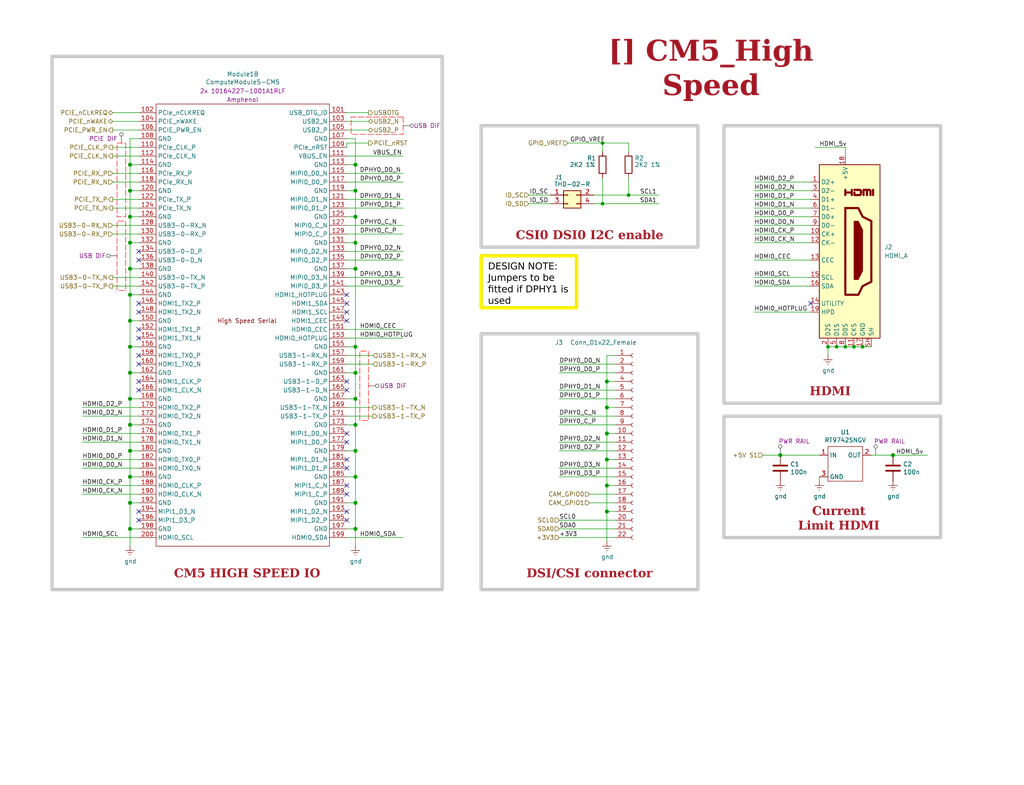
<source format=kicad_sch>
(kicad_sch (version 20250114) (generator "eeschema") (generator_version "9.0")
  (paper "User" 300 230)
  (title_block (title "Sheet Title A") (date "Last Modified Date") (rev "${REVISION}") (company "${COMPANY}"))
  (lib_symbols
    (symbol "CM5IO:ComputeModule5-CM5"
      (property "Reference" "Module" (at 113.03 -68.58 0))
      (property "Value" "ComputeModule5-CM5" (at 140.97 2.54 0))
      (property "Field4" "Amphenol" (at 0 0 0))
      (property "Field5" "2x 10164227-1001A1RLF" (at 0 -2.54 0))
      (symbol "ComputeModule5-CM5_1_0"
        (text "GPIO" (at 0 6.35 0) (effects (font (size 1.27 1.27))))
      )
      (symbol "ComputeModule5-CM5_1_1"
        (text "600mA Max" (at -8.89 -48.26 0) (effects (font (size 1.27 1.27))))
        (text "600mA Max" (at -8.89 -53.34 0) (effects (font (size 1.27 1.27))))
        (text "NB SD signals are only available" (at -1.27 -27.94 0) (effects (font (size 1.27 1.27))))
        (text "on modules without eMMC" (at -1.27 -30.48 0) (effects (font (size 1.27 1.27))))
        (pin power_in line (at -33.02 55.88 0) (length 2.54) (name "GND") (number "2"))
        (pin passive line (at -33.02 53.34 0) (length 2.54) (name "Ethernet_Pair1_P") (number "4"))
        (pin passive line (at -33.02 50.8 0) (length 2.54) (name "Ethernet_Pair1_N") (number "6"))
        (pin power_in line (at -33.02 48.26 0) (length 2.54) (name "GND") (number "8"))
        (pin passive line (at -33.02 45.72 0) (length 2.54) (name "Ethernet_Pair0_N") (number "10"))
        (pin passive line (at -33.02 43.18 0) (length 2.54) (name "Ethernet_Pair0_P") (number "12"))
        (pin power_in line (at -33.02 40.64 0) (length 2.54) (name "GND") (number "14"))
        (pin input line (at -33.02 38.1 0) (length 2.54) (name "FAN_TACHO") (number "16"))
        (pin input line (at -33.02 35.56 0) (length 2.54) (name "Ethernet_SYNC_OUT(3.3v)") (number "18"))
        (pin passive line (at -33.02 33.02 0) (length 2.54) (name "EEPROM_nWP") (number "20"))
        (pin power_in line (at -33.02 30.48 0) (length 2.54) (name "GND") (number "22"))
        (pin passive line (at -33.02 27.94 0) (length 2.54) (name "GPIO26") (number "24"))
        (pin passive line (at -33.02 25.4 0) (length 2.54) (name "GPIO19") (number "26"))
        (pin passive line (at -33.02 22.86 0) (length 2.54) (name "GPIO13") (number "28"))
        (pin passive line (at -33.02 20.32 0) (length 2.54) (name "GPIO6") (number "30"))
        (pin power_in line (at -33.02 17.78 0) (length 2.54) (name "GND") (number "32"))
        (pin passive line (at -33.02 15.24 0) (length 2.54) (name "GPIO5") (number "34"))
        (pin passive line (at -33.02 12.7 0) (length 2.54) (name "ID_SD") (number "36"))
        (pin passive line (at -33.02 10.16 0) (length 2.54) (name "GPIO11") (number "38"))
        (pin passive line (at -33.02 7.62 0) (length 2.54) (name "GPIO9") (number "40"))
        (pin power_in line (at -33.02 5.08 0) (length 2.54) (name "GND") (number "42"))
        (pin passive line (at -33.02 2.54 0) (length 2.54) (name "GPIO10") (number "44"))
        (pin passive line (at -33.02 0 0) (length 2.54) (name "GPIO22") (number "46"))
        (pin passive line (at -33.02 -2.54 0) (length 2.54) (name "GPIO27") (number "48"))
        (pin passive line (at -33.02 -5.08 0) (length 2.54) (name "GPIO17") (number "50"))
        (pin power_in line (at -33.02 -7.62 0) (length 2.54) (name "GND") (number "52"))
        (pin passive line (at -33.02 -10.16 0) (length 2.54) (name "GPIO4") (number "54"))
        (pin passive line (at -33.02 -12.7 0) (length 2.54) (name "GPIO3") (number "56"))
        (pin passive line (at -33.02 -15.24 0) (length 2.54) (name "GPIO2") (number "58"))
        (pin power_in line (at -33.02 -17.78 0) (length 2.54) (name "GND") (number "60"))
        (pin passive line (at -33.02 -20.32 0) (length 2.54) (name "SD_CMD") (number "62"))
        (pin passive line (at -33.02 -22.86 0) (length 2.54) (name "SD_DAT5") (number "64"))
        (pin power_in line (at -33.02 -25.4 0) (length 2.54) (name "GND") (number "66"))
        (pin passive line (at -33.02 -27.94 0) (length 2.54) (name "SD_DAT4") (number "68"))
        (pin passive line (at -33.02 -30.48 0) (length 2.54) (name "SD_DAT7") (number "70"))
        (pin passive line (at -33.02 -33.02 0) (length 2.54) (name "SD_DAT6") (number "72"))
        (pin power_in line (at -33.02 -35.56 0) (length 2.54) (name "GND") (number "74"))
        (pin passive line (at -33.02 -38.1 0) (length 2.54) (name "VBAT") (number "76"))
        (pin power_in line (at -33.02 -40.64 0) (length 2.54) (name "GPIO_VREF(1.8v/3.3v_Input)") (number "78"))
        (pin passive line (at -33.02 -43.18 0) (length 2.54) (name "SCL0") (number "80"))
        (pin passive line (at -33.02 -45.72 0) (length 2.54) (name "SDA0") (number "82"))
        (pin power_out line (at -33.02 -48.26 0) (length 2.54) (name "+3.3v_(Output)") (number "84"))
        (pin passive line (at -33.02 -50.8 0) (length 2.54) (name "+3.3v_(Output)") (number "86"))
        (pin power_out line (at -33.02 -53.34 0) (length 2.54) (name "+1.8v_(Output)") (number "88"))
        (pin passive line (at -33.02 -55.88 0) (length 2.54) (name "+1.8v_(Output)") (number "90"))
        (pin passive line (at -33.02 -58.42 0) (length 2.54) (name "PWR_BUT") (number "92"))
        (pin passive line (at -33.02 -60.96 0) (length 2.54) (name "CC1") (number "94"))
        (pin passive line (at -33.02 -63.5 0) (length 2.54) (name "CC2") (number "96"))
        (pin power_in line (at -33.02 -66.04 0) (length 2.54) (name "GND") (number "98"))
        (pin passive line (at -33.02 -68.58 0) (length 2.54) (name "CAM_GPIO1") (number "100"))
        (pin power_in line (at 27.94 55.88 180) (length 2.54) (name "GND") (number "1"))
        (pin passive line (at 27.94 53.34 180) (length 2.54) (name "Ethernet_Pair3_P") (number "3"))
        (pin passive line (at 27.94 50.8 180) (length 2.54) (name "Ethernet_Pair3_N") (number "5"))
        (pin power_in line (at 27.94 48.26 180) (length 2.54) (name "GND") (number "7"))
        (pin passive line (at 27.94 45.72 180) (length 2.54) (name "Ethernet_Pair2_N") (number "9"))
        (pin passive line (at 27.94 43.18 180) (length 2.54) (name "Ethernet_Pair2_P") (number "11"))
        (pin power_in line (at 27.94 40.64 180) (length 2.54) (name "GND") (number "13"))
        (pin output line (at 27.94 38.1 180) (length 2.54) (name "Ethernet_nLED3(3.3v)") (number "15"))
        (pin output line (at 27.94 35.56 180) (length 2.54) (name "Ethernet_nLED2(3.3v)") (number "17"))
        (pin output line (at 27.94 33.02 180) (length 2.54) (name "FAN_PWM") (number "19"))
        (pin open_collector line (at 27.94 30.48 180) (length 2.54) (name "LED_nACT") (number "21"))
        (pin power_in line (at 27.94 27.94 180) (length 2.54) (name "GND") (number "23"))
        (pin passive line (at 27.94 25.4 180) (length 2.54) (name "GPIO21") (number "25"))
        (pin passive line (at 27.94 22.86 180) (length 2.54) (name "GPIO20") (number "27"))
        (pin passive line (at 27.94 20.32 180) (length 2.54) (name "GPIO16") (number "29"))
        (pin passive line (at 27.94 17.78 180) (length 2.54) (name "GPIO12") (number "31"))
        (pin power_in line (at 27.94 15.24 180) (length 2.54) (name "GND") (number "33"))
        (pin passive line (at 27.94 12.7 180) (length 2.54) (name "ID_SC") (number "35"))
        (pin passive line (at 27.94 10.16 180) (length 2.54) (name "GPIO7") (number "37"))
        (pin passive line (at 27.94 7.62 180) (length 2.54) (name "GPIO8") (number "39"))
        (pin passive line (at 27.94 5.08 180) (length 2.54) (name "GPIO25") (number "41"))
        (pin power_in line (at 27.94 2.54 180) (length 2.54) (name "GND") (number "43"))
        (pin passive line (at 27.94 0 180) (length 2.54) (name "GPIO24") (number "45"))
        (pin passive line (at 27.94 -2.54 180) (length 2.54) (name "GPIO23") (number "47"))
        (pin passive line (at 27.94 -5.08 180) (length 2.54) (name "GPIO18") (number "49"))
        (pin passive line (at 27.94 -7.62 180) (length 2.54) (name "GPIO15") (number "51"))
        (pin power_in line (at 27.94 -10.16 180) (length 2.54) (name "GND") (number "53"))
        (pin passive line (at 27.94 -12.7 180) (length 2.54) (name "GPIO14") (number "55"))
        (pin passive line (at 27.94 -15.24 180) (length 2.54) (name "SD_CLK") (number "57"))
        (pin power_in line (at 27.94 -17.78 180) (length 2.54) (name "GND") (number "59"))
        (pin passive line (at 27.94 -20.32 180) (length 2.54) (name "SD_DAT3") (number "61"))
        (pin passive line (at 27.94 -22.86 180) (length 2.54) (name "SD_DAT0") (number "63"))
        (pin power_in line (at 27.94 -25.4 180) (length 2.54) (name "GND") (number "65"))
        (pin passive line (at 27.94 -27.94 180) (length 2.54) (name "SD_DAT1") (number "67"))
        (pin passive line (at 27.94 -30.48 180) (length 2.54) (name "SD_DAT2") (number "69"))
        (pin power_in line (at 27.94 -33.02 180) (length 2.54) (name "GND") (number "71"))
        (pin input line (at 27.94 -35.56 180) (length 2.54) (name "SD_VDD_Override") (number "73"))
        (pin output line (at 27.94 -38.1 180) (length 2.54) (name "SD_PWR_ON") (number "75"))
        (pin power_in line (at 27.94 -40.64 180) (length 2.54) (name "+5v_(Input)") (number "77"))
        (pin power_in line (at 27.94 -43.18 180) (length 2.54) (name "+5v_(Input)") (number "79"))
        (pin power_in line (at 27.94 -45.72 180) (length 2.54) (name "+5v_(Input)") (number "81"))
        (pin power_in line (at 27.94 -48.26 180) (length 2.54) (name "+5v_(Input)") (number "83"))
        (pin power_in line (at 27.94 -50.8 180) (length 2.54) (name "+5v_(Input)") (number "85"))
        (pin power_in line (at 27.94 -53.34 180) (length 2.54) (name "+5v_(Input)") (number "87"))
        (pin input line (at 27.94 -55.88 180) (length 2.54) (name "WiFi_nDisable") (number "89"))
        (pin input line (at 27.94 -58.42 180) (length 2.54) (name "BT_nDisable") (number "91"))
        (pin input line (at 27.94 -60.96 180) (length 2.54) (name "nRPIBOOT") (number "93"))
        (pin output line (at 27.94 -63.5 180) (length 2.54) (name "LED_nPWR") (number "95"))
        (pin passive line (at 27.94 -66.04 180) (length 2.54) (name "CAM_GPIO0") (number "97"))
        (pin input line (at 27.94 -68.58 180) (length 2.54) (name "PMIC_ENABLE") (number "99"))
      )
      (symbol "ComputeModule5-CM5_2_1"
        (text "High Speed Serial" (at 140.97 0 0) (effects (font (size 1.27 1.27))))
        (pin input line (at 109.22 60.96 0) (length 5.08) (name "PCIe_nCLKREQ") (number "102"))
        (pin input line (at 109.22 58.42 0) (length 5.08) (name "PCIE_nWAKE") (number "104"))
        (pin output line (at 109.22 55.88 0) (length 5.08) (name "PCIE_PWR_EN") (number "106"))
        (pin power_in line (at 109.22 53.34 0) (length 5.08) (name "GND") (number "108"))
        (pin output line (at 109.22 50.8 0) (length 5.08) (name "PCIe_CLK_P") (number "110"))
        (pin output line (at 109.22 48.26 0) (length 5.08) (name "PCIe_CLK_N") (number "112"))
        (pin power_in line (at 109.22 45.72 0) (length 5.08) (name "GND") (number "114"))
        (pin input line (at 109.22 43.18 0) (length 5.08) (name "PCIe_RX_P") (number "116"))
        (pin input line (at 109.22 40.64 0) (length 5.08) (name "PCIe_RX_N") (number "118"))
        (pin power_in line (at 109.22 38.1 0) (length 5.08) (name "GND") (number "120"))
        (pin output line (at 109.22 35.56 0) (length 5.08) (name "PCIe_TX_P") (number "122"))
        (pin output line (at 109.22 33.02 0) (length 5.08) (name "PCIe_TX_N") (number "124"))
        (pin power_in line (at 109.22 30.48 0) (length 5.08) (name "GND") (number "126"))
        (pin input line (at 109.22 27.94 0) (length 5.08) (name "USB3-0-RX_N") (number "128"))
        (pin input line (at 109.22 25.4 0) (length 5.08) (name "USB3-0-RX_P") (number "130"))
        (pin power_in line (at 109.22 22.86 0) (length 5.08) (name "GND") (number "132"))
        (pin passive line (at 109.22 20.32 0) (length 5.08) (name "USB3-0-D_P") (number "134"))
        (pin passive line (at 109.22 17.78 0) (length 5.08) (name "USB3-0-D_N") (number "136"))
        (pin power_in line (at 109.22 15.24 0) (length 5.08) (name "GND") (number "138"))
        (pin output line (at 109.22 12.7 0) (length 5.08) (name "USB3-0-TX_N") (number "140"))
        (pin output line (at 109.22 10.16 0) (length 5.08) (name "USB3-0-TX_P") (number "142"))
        (pin power_in line (at 109.22 7.62 0) (length 5.08) (name "GND") (number "144"))
        (pin output line (at 109.22 5.08 0) (length 5.08) (name "HDMI1_TX2_P") (number "146"))
        (pin output line (at 109.22 2.54 0) (length 5.08) (name "HDMI1_TX2_N") (number "148"))
        (pin power_in line (at 109.22 0 0) (length 5.08) (name "GND") (number "150"))
        (pin output line (at 109.22 -2.54 0) (length 5.08) (name "HDMI1_TX1_P") (number "152"))
        (pin output line (at 109.22 -5.08 0) (length 5.08) (name "HDMI1_TX1_N") (number "154"))
        (pin power_in line (at 109.22 -7.62 0) (length 5.08) (name "GND") (number "156"))
        (pin output line (at 109.22 -10.16 0) (length 5.08) (name "HDMI1_TX0_P") (number "158"))
        (pin output line (at 109.22 -12.7 0) (length 5.08) (name "HDMI1_TX0_N") (number "160"))
        (pin power_in line (at 109.22 -15.24 0) (length 5.08) (name "GND") (number "162"))
        (pin output line (at 109.22 -17.78 0) (length 5.08) (name "HDMI1_CLK_P") (number "164"))
        (pin output line (at 109.22 -20.32 0) (length 5.08) (name "HDMI1_CLK_N") (number "166"))
        (pin power_in line (at 109.22 -22.86 0) (length 5.08) (name "GND") (number "168"))
        (pin output line (at 109.22 -25.4 0) (length 5.08) (name "HDMI0_TX2_P") (number "170"))
        (pin output line (at 109.22 -27.94 0) (length 5.08) (name "HDMI0_TX2_N") (number "172"))
        (pin power_in line (at 109.22 -30.48 0) (length 5.08) (name "GND") (number "174"))
        (pin output line (at 109.22 -33.02 0) (length 5.08) (name "HDMI0_TX1_P") (number "176"))
        (pin output line (at 109.22 -35.56 0) (length 5.08) (name "HDMI0_TX1_N") (number "178"))
        (pin power_in line (at 109.22 -38.1 0) (length 5.08) (name "GND") (number "180"))
        (pin output line (at 109.22 -40.64 0) (length 5.08) (name "HDMI0_TX0_P") (number "182"))
        (pin output line (at 109.22 -43.18 0) (length 5.08) (name "HDMI0_TX0_N") (number "184"))
        (pin power_in line (at 109.22 -45.72 0) (length 5.08) (name "GND") (number "186"))
        (pin output line (at 109.22 -48.26 0) (length 5.08) (name "HDMI0_CLK_P") (number "188"))
        (pin output line (at 109.22 -50.8 0) (length 5.08) (name "HDMI0_CLK_N") (number "190"))
        (pin power_in line (at 109.22 -53.34 0) (length 5.08) (name "GND") (number "192"))
        (pin output line (at 109.22 -55.88 0) (length 5.08) (name "MIPI1_D3_N") (number "194"))
        (pin output line (at 109.22 -58.42 0) (length 5.08) (name "MIPI1_D3_P") (number "196"))
        (pin power_in line (at 109.22 -60.96 0) (length 5.08) (name "GND") (number "198"))
        (pin open_collector line (at 109.22 -63.5 0) (length 5.08) (name "HDMI0_SCL") (number "200"))
        (pin input line (at 170.18 60.96 180) (length 5.08) (name "USB_OTG_ID") (number "101"))
        (pin passive line (at 170.18 58.42 180) (length 5.08) (name "USB2_N") (number "103"))
        (pin passive line (at 170.18 55.88 180) (length 5.08) (name "USB2_P") (number "105"))
        (pin power_in line (at 170.18 53.34 180) (length 5.08) (name "GND") (number "107"))
        (pin output line (at 170.18 50.8 180) (length 5.08) (name "PCIe_nRST") (number "109"))
        (pin output line (at 170.18 48.26 180) (length 5.08) (name "VBUS_EN") (number "111"))
        (pin power_in line (at 170.18 45.72 180) (length 5.08) (name "GND") (number "113"))
        (pin input line (at 170.18 43.18 180) (length 5.08) (name "MIPI0_D0_N") (number "115"))
        (pin input line (at 170.18 40.64 180) (length 5.08) (name "MIPI0_D0_P") (number "117"))
        (pin power_in line (at 170.18 38.1 180) (length 5.08) (name "GND") (number "119"))
        (pin input line (at 170.18 35.56 180) (length 5.08) (name "MIPI0_D1_N") (number "121"))
        (pin input line (at 170.18 33.02 180) (length 5.08) (name "MIPI0_D1_P") (number "123"))
        (pin power_in line (at 170.18 30.48 180) (length 5.08) (name "GND") (number "125"))
        (pin input line (at 170.18 27.94 180) (length 5.08) (name "MIPI0_C_N") (number "127"))
        (pin input line (at 170.18 25.4 180) (length 5.08) (name "MIPI0_C_P") (number "129"))
        (pin power_in line (at 170.18 22.86 180) (length 5.08) (name "GND") (number "131"))
        (pin input line (at 170.18 20.32 180) (length 5.08) (name "MIPI0_D2_N") (number "133"))
        (pin input line (at 170.18 17.78 180) (length 5.08) (name "MIPI0_D2_P") (number "135"))
        (pin power_in line (at 170.18 15.24 180) (length 5.08) (name "GND") (number "137"))
        (pin input line (at 170.18 12.7 180) (length 5.08) (name "MIPI0_D3_N") (number "139"))
        (pin input line (at 170.18 10.16 180) (length 5.08) (name "MIPI0_D3_P") (number "141"))
        (pin input line (at 170.18 7.62 180) (length 5.08) (name "HDMI1_HOTPLUG") (number "143"))
        (pin bidirectional line (at 170.18 5.08 180) (length 5.08) (name "HDMI1_SDA") (number "145"))
        (pin open_collector line (at 170.18 2.54 180) (length 5.08) (name "HDMI1_SCL") (number "147"))
        (pin open_collector line (at 170.18 0 180) (length 5.08) (name "HDMI1_CEC") (number "149"))
        (pin open_collector line (at 170.18 -2.54 180) (length 5.08) (name "HDMI0_CEC") (number "151"))
        (pin input line (at 170.18 -5.08 180) (length 5.08) (name "HDMI0_HOTPLUG") (number "153"))
        (pin power_in line (at 170.18 -7.62 180) (length 5.08) (name "GND") (number "155"))
        (pin input line (at 170.18 -10.16 180) (length 5.08) (name "USB3-1-RX_N") (number "157"))
        (pin input line (at 170.18 -12.7 180) (length 5.08) (name "USB3-1-RX_P") (number "159"))
        (pin power_in line (at 170.18 -15.24 180) (length 5.08) (name "GND") (number "161"))
        (pin passive line (at 170.18 -17.78 180) (length 5.08) (name "USB3-1-D_P") (number "163"))
        (pin passive line (at 170.18 -20.32 180) (length 5.08) (name "USB3-1-D_N") (number "165"))
        (pin power_in line (at 170.18 -22.86 180) (length 5.08) (name "GND") (number "167"))
        (pin output line (at 170.18 -25.4 180) (length 5.08) (name "USB3-1-TX_N") (number "169"))
        (pin output line (at 170.18 -27.94 180) (length 5.08) (name "USB3-1-TX_P") (number "171"))
        (pin power_in line (at 170.18 -30.48 180) (length 5.08) (name "GND") (number "173"))
        (pin output line (at 170.18 -33.02 180) (length 5.08) (name "MIPI1_D0_N") (number "175"))
        (pin output line (at 170.18 -35.56 180) (length 5.08) (name "MIPI1_D0_P") (number "177"))
        (pin power_in line (at 170.18 -38.1 180) (length 5.08) (name "GND") (number "179"))
        (pin output line (at 170.18 -40.64 180) (length 5.08) (name "MIPI1_D1_N") (number "181"))
        (pin output line (at 170.18 -43.18 180) (length 5.08) (name "MIPI1_D1_P") (number "183"))
        (pin power_in line (at 170.18 -45.72 180) (length 5.08) (name "GND") (number "185"))
        (pin output line (at 170.18 -48.26 180) (length 5.08) (name "MIPI1_C_N") (number "187"))
        (pin output line (at 170.18 -50.8 180) (length 5.08) (name "MIPI1_C_P") (number "189"))
        (pin power_in line (at 170.18 -53.34 180) (length 5.08) (name "GND") (number "191"))
        (pin output line (at 170.18 -55.88 180) (length 5.08) (name "MIPI1_D2_N") (number "193"))
        (pin output line (at 170.18 -58.42 180) (length 5.08) (name "MIPI1_D2_P") (number "195"))
        (pin power_in line (at 170.18 -60.96 180) (length 5.08) (name "GND") (number "197"))
        (pin bidirectional line (at 170.18 -63.5 180) (length 5.08) (name "HDMI0_SDA") (number "199"))
      )
    )
    (symbol "CM5IO:RT9742SNGV"
      (property "Reference" "U" (at -2.54 7.62 0))
      (property "Value" "RT9742SNGV" (at 3.81 -5.08 0))
      (symbol "RT9742SNGV_1_1"
        (pin power_in line (at -5.08 3.81 0) (length 2.54) (name "IN") (number "1"))
        (pin power_in line (at -5.08 -2.54 0) (length 2.54) (name "GND") (number "3"))
        (pin power_out line (at 10.16 3.81 180) (length 2.54) (name "OUT") (number "2"))
      )
    )
    (symbol "Connector:Conn_01x22_Socket" (pin_names (offset 1.016) (hide yes))
      (property "Reference" "J" (at 0 27.94 0))
      (property "Value" "Conn_01x22_Socket" (at 0 -30.48 0))
      (symbol "Conn_01x22_Socket_1_1"
        (pin passive line (at -5.08 25.4 0) (length 3.81) (name "Pin_1") (number "1"))
        (pin passive line (at -5.08 22.86 0) (length 3.81) (name "Pin_2") (number "2"))
        (pin passive line (at -5.08 20.32 0) (length 3.81) (name "Pin_3") (number "3"))
        (pin passive line (at -5.08 17.78 0) (length 3.81) (name "Pin_4") (number "4"))
        (pin passive line (at -5.08 15.24 0) (length 3.81) (name "Pin_5") (number "5"))
        (pin passive line (at -5.08 12.7 0) (length 3.81) (name "Pin_6") (number "6"))
        (pin passive line (at -5.08 10.16 0) (length 3.81) (name "Pin_7") (number "7"))
        (pin passive line (at -5.08 7.62 0) (length 3.81) (name "Pin_8") (number "8"))
        (pin passive line (at -5.08 5.08 0) (length 3.81) (name "Pin_9") (number "9"))
        (pin passive line (at -5.08 2.54 0) (length 3.81) (name "Pin_10") (number "10"))
        (pin passive line (at -5.08 0 0) (length 3.81) (name "Pin_11") (number "11"))
        (pin passive line (at -5.08 -2.54 0) (length 3.81) (name "Pin_12") (number "12"))
        (pin passive line (at -5.08 -5.08 0) (length 3.81) (name "Pin_13") (number "13"))
        (pin passive line (at -5.08 -7.62 0) (length 3.81) (name "Pin_14") (number "14"))
        (pin passive line (at -5.08 -10.16 0) (length 3.81) (name "Pin_15") (number "15"))
        (pin passive line (at -5.08 -12.7 0) (length 3.81) (name "Pin_16") (number "16"))
        (pin passive line (at -5.08 -15.24 0) (length 3.81) (name "Pin_17") (number "17"))
        (pin passive line (at -5.08 -17.78 0) (length 3.81) (name "Pin_18") (number "18"))
        (pin passive line (at -5.08 -20.32 0) (length 3.81) (name "Pin_19") (number "19"))
        (pin passive line (at -5.08 -22.86 0) (length 3.81) (name "Pin_20") (number "20"))
        (pin passive line (at -5.08 -25.4 0) (length 3.81) (name "Pin_21") (number "21"))
        (pin passive line (at -5.08 -27.94 0) (length 3.81) (name "Pin_22") (number "22"))
      )
    )
    (symbol "Connector:HDMI_A"
      (property "Reference" "J" (at -6.35 26.67 0))
      (property "Value" "HDMI_A" (at 10.16 26.67 0))
      (symbol "HDMI_A_1_1"
        (pin passive line (at -10.16 20.32 0) (length 2.54) (name "D2+") (number "1"))
        (pin passive line (at -10.16 17.78 0) (length 2.54) (name "D2-") (number "3"))
        (pin passive line (at -10.16 15.24 0) (length 2.54) (name "D1+") (number "4"))
        (pin passive line (at -10.16 12.7 0) (length 2.54) (name "D1-") (number "6"))
        (pin passive line (at -10.16 10.16 0) (length 2.54) (name "D0+") (number "7"))
        (pin passive line (at -10.16 7.62 0) (length 2.54) (name "D0-") (number "9"))
        (pin passive line (at -10.16 5.08 0) (length 2.54) (name "CK+") (number "10"))
        (pin passive line (at -10.16 2.54 0) (length 2.54) (name "CK-") (number "12"))
        (pin bidirectional line (at -10.16 -2.54 0) (length 2.54) (name "CEC") (number "13"))
        (pin passive line (at -10.16 -7.62 0) (length 2.54) (name "SCL") (number "15"))
        (pin bidirectional line (at -10.16 -10.16 0) (length 2.54) (name "SDA") (number "16"))
        (pin passive line (at -10.16 -15.24 0) (length 2.54) (name "UTILITY") (number "14"))
        (pin passive line (at -10.16 -17.78 0) (length 2.54) (name "HPD") (number "19"))
        (pin power_in line (at -5.08 -27.94 90) (length 2.54) (name "D2S") (number "2"))
        (pin power_in line (at -2.54 -27.94 90) (length 2.54) (name "D1S") (number "5"))
        (pin power_in line (at 0 27.94 270) (length 2.54) (name "+5V") (number "18"))
        (pin power_in line (at 0 -27.94 90) (length 2.54) (name "D0S") (number "8"))
        (pin power_in line (at 2.54 -27.94 90) (length 2.54) (name "CKS") (number "11"))
        (pin power_in line (at 5.08 -27.94 90) (length 2.54) (name "GND") (number "17"))
        (pin passive line (at 7.62 -27.94 90) (length 2.54) (name "SH") (number "SH"))
      )
    )
    (symbol "Connector_Generic:Conn_02x02_Odd_Even" (pin_names (offset 1.016) (hide yes))
      (property "Reference" "J" (at 1.27 2.54 0))
      (property "Value" "Conn_02x02_Odd_Even" (at 1.27 -5.08 0))
      (symbol "Conn_02x02_Odd_Even_1_1"
        (pin passive line (at -5.08 0 0) (length 3.81) (name "Pin_1") (number "1"))
        (pin passive line (at -5.08 -2.54 0) (length 3.81) (name "Pin_3") (number "3"))
        (pin passive line (at 7.62 0 180) (length 3.81) (name "Pin_2") (number "2"))
        (pin passive line (at 7.62 -2.54 180) (length 3.81) (name "Pin_4") (number "4"))
      )
    )
    (symbol "Device:C" (pin_numbers (hide yes)) (pin_names (offset 0.254))
      (property "Reference" "C" (at 0.635 2.54 0))
      (property "Value" "C" (at 0.635 -2.54 0))
      (symbol "C_1_1"
        (pin passive line (at 0 3.81 270) (length 2.794) (name "~") (number "1"))
        (pin passive line (at 0 -3.81 90) (length 2.794) (name "~") (number "2"))
      )
    )
    (symbol "Device:R" (pin_numbers (hide yes)) (pin_names (offset 0))
      (property "Reference" "R" (at 2.032 0 90))
      (property "Value" "R" (at 0 0 90))
      (symbol "R_1_1"
        (pin passive line (at 0 3.81 270) (length 1.27) (name "~") (number "1"))
        (pin passive line (at 0 -3.81 90) (length 1.27) (name "~") (number "2"))
      )
    )
    (symbol "power:Earth" (power) (pin_numbers (hide yes)) (pin_names (offset 0) (hide yes))
      (property "Value" "Earth" (at 0 -3.81 0))
      (symbol "Earth_1_1"
        (pin power_in line (at 0 0 270) (length 0) (name "~") (number "1"))
      )
    )
  )
  (rectangle (start 140.97 97.79) (end 204.47 172.72) (stroke (width 1) (color 200 200 200 1)))
  (rectangle (start 140.97 36.83) (end 204.47 72.39) (stroke (width 1) (color 200 200 200 1)))
  (rectangle (start 212.09 121.92) (end 275.59 157.48) (stroke (width 1) (color 200 200 200 1)))
  (rectangle (start 212.09 36.83) (end 275.59 118.11) (stroke (width 1) (color 200 200 200 1)))
  (rectangle (start 15.24 16.51) (end 129.54 172.72) (stroke (width 1) (color 200 200 200 1)))
  (text_box "DESIGN NOTE:\nJumpers to be fitted if DPHY1 is used\n" (at 140.97 74.93 0) (size 27.94 15.24) (margins 2 2 2 2) (stroke (width 1) (color 250 236 0 1)) (effects (font (size 2 2)) (justify left top)))
  (text_box "CSI0 DSI0 I2C enable" (at 142.24 64.77 0) (size 60.96 7.62) (margins 1.9049 1.9049 1.9049 1.9049) (stroke (width -0.0001)) (effects (font (size 2.54 2.54) (thickness 0.508) (bold yes)) (justify bottom)))
  (text_box "Current Limit HDMI" (at 231.14 149.86 0) (size 29.21 7.62) (margins 1.9049 1.9049 1.9049 1.9049) (stroke (width -0.0001)) (effects (font (size 2.54 2.54) (thickness 0.508) (bold yes)) (justify bottom)))
  (text_box "[${#}] CM5_High Speed" (at 162.56 13.97 0) (size 91.44 12.7) (margins 4.4999 4.4999 4.4999 4.4999) (stroke (width -0.0001)) (effects (font (size 6 6) (thickness 1.2) (bold yes))))
  (text_box "CM5 HIGH SPEED IO" (at 26.67 163.83 0) (size 91.44 7.62) (margins 1.9049 1.9049 1.9049 1.9049) (stroke (width -0.0001)) (effects (font (size 2.54 2.54) (thickness 0.508) (bold yes)) (justify bottom)))
  (text_box "DSI/CSI connector" (at 142.24 163.83 0) (size 60.96 7.62) (margins 1.9049 1.9049 1.9049 1.9049) (stroke (width -0.0001)) (effects (font (size 2.54 2.54) (thickness 0.508) (bold yes)) (justify bottom)))
  (text_box "HDMI" (at 228.6 110.49 0) (size 29.21 7.62) (margins 1.9049 1.9049 1.9049 1.9049) (stroke (width -0.0001)) (effects (font (size 2.54 2.54) (thickness 0.508) (bold yes)) (justify bottom)))
  (junction (at 104.14 63.5) (diameter 1.016))
  (junction (at 177.8 142.24) (diameter 1.016))
  (junction (at 104.14 78.74) (diameter 1.016))
  (junction (at 104.14 71.12) (diameter 1.016))
  (junction (at 104.14 139.7) (diameter 1.016))
  (junction (at 38.1 132.08) (diameter 1.016))
  (junction (at 38.1 48.26) (diameter 1.016))
  (junction (at 38.1 116.84) (diameter 1.016))
  (junction (at 38.1 147.32) (diameter 1.016))
  (junction (at 104.14 147.32) (diameter 1.016))
  (junction (at 252.73 101.6))
  (junction (at 184.15 57.15))
  (junction (at 250.19 101.6))
  (junction (at 38.1 55.88) (diameter 1.016))
  (junction (at 104.14 124.46) (diameter 1.016))
  (junction (at 38.1 86.36) (diameter 1.016))
  (junction (at 177.8 127) (diameter 1.016))
  (junction (at 38.1 93.98) (diameter 1.016))
  (junction (at 177.8 149.86) (diameter 1.016))
  (junction (at 104.14 48.26) (diameter 1.016))
  (junction (at 104.14 55.88) (diameter 1.016))
  (junction (at 104.14 116.84) (diameter 1.016))
  (junction (at 38.1 101.6) (diameter 1.016))
  (junction (at 176.53 41.91))
  (junction (at 177.8 134.62) (diameter 1.016))
  (junction (at 38.1 78.74) (diameter 1.016))
  (junction (at 177.8 119.38) (diameter 1.016))
  (junction (at 104.14 109.22) (diameter 1.016))
  (junction (at 177.8 111.76) (diameter 1.016))
  (junction (at 38.1 109.22) (diameter 1.016))
  (junction (at 38.1 154.94) (diameter 1.016))
  (junction (at 228.6 133.35) (diameter 1.016))
  (junction (at 104.14 101.6) (diameter 1.016))
  (junction (at 38.1 124.46) (diameter 1.016))
  (junction (at 38.1 71.12) (diameter 1.016))
  (junction (at 176.53 59.69))
  (junction (at 38.1 63.5) (diameter 1.016))
  (junction (at 247.65 101.6))
  (junction (at 261.62 133.35) (diameter 1.016))
  (junction (at 104.14 132.08) (diameter 1.016))
  (junction (at 38.1 139.7) (diameter 1.016))
  (junction (at 104.14 154.94) (diameter 1.016))
  (junction (at 242.57 101.6))
  (junction (at 245.11 101.6))
  (no_connect (at 101.6 114.3))
  (no_connect (at 40.64 96.52))
  (no_connect (at 40.64 88.9))
  (no_connect (at 101.6 127))
  (no_connect (at 40.64 99.06))
  (no_connect (at 101.6 129.54))
  (no_connect (at 101.6 137.16))
  (no_connect (at 101.6 111.76))
  (no_connect (at 101.6 152.4))
  (no_connect (at 237.49 88.9))
  (no_connect (at 101.6 86.36))
  (no_connect (at 40.64 111.76))
  (no_connect (at 40.64 106.68))
  (no_connect (at 101.6 93.98))
  (no_connect (at 40.64 104.14))
  (no_connect (at 101.6 142.24))
  (no_connect (at 40.64 152.4))
  (no_connect (at 40.64 114.3))
  (no_connect (at 101.6 149.86))
  (no_connect (at 101.6 91.44))
  (no_connect (at 101.6 144.78))
  (no_connect (at 101.6 134.62))
  (no_connect (at 40.64 73.66))
  (no_connect (at 40.64 91.44))
  (no_connect (at 40.64 76.2))
  (no_connect (at 40.64 149.86))
  (no_connect (at 101.6 88.9))
  (wire (pts (xy 101.6 71.12) (xy 104.14 71.12)))
  (wire (pts (xy 38.1 93.98) (xy 38.1 101.6)))
  (wire (pts (xy 184.15 41.91) (xy 184.15 44.45)))
  (wire (pts (xy 177.8 111.76) (xy 180.34 111.76)))
  (wire (pts (xy 177.8 142.24) (xy 177.8 149.86)))
  (wire (pts (xy 184.15 52.07) (xy 184.15 57.15)))
  (wire (pts (xy 163.83 124.46) (xy 180.34 124.46)))
  (wire (pts (xy 101.6 132.08) (xy 104.14 132.08)))
  (wire (pts (xy 24.13 121.92) (xy 40.64 121.92)))
  (wire (pts (xy 101.6 99.06) (xy 118.11 99.06)))
  (wire (pts (xy 176.53 59.69) (xy 193.04 59.69)))
  (wire (pts (xy 101.6 73.66) (xy 118.11 73.66)))
  (wire (pts (xy 104.14 132.08) (xy 104.14 139.7)))
  (wire (pts (xy 38.1 55.88) (xy 40.64 55.88)))
  (wire (pts (xy 101.6 68.58) (xy 118.11 68.58)))
  (wire (pts (xy 163.83 106.68) (xy 180.34 106.68)))
  (wire (pts (xy 24.13 137.16) (xy 40.64 137.16)))
  (wire (pts (xy 177.8 134.62) (xy 177.8 142.24)))
  (wire (pts (xy 33.02 33.02) (xy 40.64 33.02)))
  (wire (pts (xy 101.6 55.88) (xy 104.14 55.88)))
  (wire (pts (xy 220.98 60.96) (xy 237.49 60.96)))
  (wire (pts (xy 101.6 41.91) (xy 107.95 41.91)))
  (wire (pts (xy 220.98 58.42) (xy 237.49 58.42)))
  (wire (pts (xy 38.1 86.36) (xy 40.64 86.36)))
  (wire (pts (xy 101.6 124.46) (xy 104.14 124.46)))
  (wire (pts (xy 101.6 38.1) (xy 107.95 38.1)))
  (wire (pts (xy 101.6 35.56) (xy 107.95 35.56)))
  (wire (pts (xy 38.1 40.64) (xy 38.1 48.26)))
  (wire (pts (xy 104.14 139.7) (xy 104.14 147.32)))
  (wire (pts (xy 38.1 48.26) (xy 40.64 48.26)))
  (wire (pts (xy 38.1 63.5) (xy 38.1 71.12)))
  (wire (pts (xy 24.13 157.48) (xy 40.64 157.48)))
  (wire (pts (xy 38.1 109.22) (xy 40.64 109.22)))
  (wire (pts (xy 101.6 157.48) (xy 118.11 157.48)))
  (wire (pts (xy 104.14 124.46) (xy 104.14 132.08)))
  (wire (pts (xy 38.1 93.98) (xy 40.64 93.98)))
  (wire (pts (xy 40.64 50.8) (xy 33.02 50.8)))
  (wire (pts (xy 104.14 71.12) (xy 104.14 63.5)))
  (wire (pts (xy 101.6 76.2) (xy 118.11 76.2)))
  (wire (pts (xy 240.03 139.7) (xy 240.03 140.97)))
  (wire (pts (xy 101.6 63.5) (xy 104.14 63.5)))
  (wire (pts (xy 38.1 132.08) (xy 40.64 132.08)))
  (wire (pts (xy 101.6 104.14) (xy 109.22 104.14)))
  (wire (pts (xy 101.6 66.04) (xy 118.11 66.04)))
  (wire (pts (xy 101.6 121.92) (xy 109.22 121.92)))
  (wire (pts (xy 104.14 109.22) (xy 104.14 116.84)))
  (wire (pts (xy 180.34 157.48) (xy 163.83 157.48)))
  (wire (pts (xy 101.6 81.28) (xy 118.11 81.28)))
  (wire (pts (xy 38.1 101.6) (xy 40.64 101.6)))
  (wire (pts (xy 38.1 78.74) (xy 38.1 86.36)))
  (wire (pts (xy 101.6 60.96) (xy 118.11 60.96)))
  (wire (pts (xy 163.83 132.08) (xy 180.34 132.08)))
  (wire (pts (xy 104.14 48.26) (xy 104.14 40.64)))
  (wire (pts (xy 177.8 149.86) (xy 180.34 149.86)))
  (wire (pts (xy 101.6 119.38) (xy 109.22 119.38)))
  (wire (pts (xy 38.1 132.08) (xy 38.1 139.7)))
  (wire (pts (xy 166.37 41.91) (xy 176.53 41.91)))
  (wire (pts (xy 163.83 109.22) (xy 180.34 109.22)))
  (wire (pts (xy 163.83 129.54) (xy 180.34 129.54)))
  (wire (pts (xy 220.98 91.44) (xy 237.49 91.44)))
  (wire (pts (xy 154.94 59.69) (xy 161.29 59.69)))
  (wire (pts (xy 104.14 101.6) (xy 104.14 109.22)))
  (wire (pts (xy 177.8 119.38) (xy 177.8 127)))
  (wire (pts (xy 228.6 133.35) (xy 240.03 133.35)))
  (wire (pts (xy 101.6 45.72) (xy 118.11 45.72)))
  (wire (pts (xy 38.1 101.6) (xy 38.1 109.22)))
  (wire (pts (xy 176.53 52.07) (xy 176.53 59.69)))
  (wire (pts (xy 177.8 104.14) (xy 177.8 111.76)))
  (wire (pts (xy 33.02 60.96) (xy 40.64 60.96)))
  (wire (pts (xy 101.6 50.8) (xy 118.11 50.8)))
  (wire (pts (xy 33.02 45.72) (xy 40.64 45.72)))
  (wire (pts (xy 101.6 139.7) (xy 104.14 139.7)))
  (wire (pts (xy 38.1 154.94) (xy 38.1 160.02)))
  (wire (pts (xy 104.14 154.94) (xy 104.14 160.02)))
  (wire (pts (xy 255.27 133.35) (xy 261.62 133.35)))
  (wire (pts (xy 163.83 139.7) (xy 180.34 139.7)))
  (wire (pts (xy 38.1 116.84) (xy 40.64 116.84)))
  (wire (pts (xy 223.52 133.35) (xy 228.6 133.35)))
  (wire (pts (xy 38.1 63.5) (xy 40.64 63.5)))
  (wire (pts (xy 220.98 81.28) (xy 237.49 81.28)))
  (wire (pts (xy 33.02 58.42) (xy 40.64 58.42)))
  (wire (pts (xy 220.98 55.88) (xy 237.49 55.88)))
  (wire (pts (xy 180.34 152.4) (xy 163.83 152.4)))
  (wire (pts (xy 40.64 53.34) (xy 33.02 53.34)))
  (wire (pts (xy 101.6 106.68) (xy 109.22 106.68)))
  (wire (pts (xy 176.53 41.91) (xy 184.15 41.91)))
  (wire (pts (xy 250.19 101.6) (xy 252.73 101.6)))
  (wire (pts (xy 104.14 63.5) (xy 104.14 55.88)))
  (wire (pts (xy 261.62 133.35) (xy 271.78 133.35)))
  (wire (pts (xy 242.57 101.6) (xy 242.57 104.14)))
  (wire (pts (xy 38.1 109.22) (xy 38.1 116.84)))
  (wire (pts (xy 238.76 43.18) (xy 247.65 43.18)))
  (wire (pts (xy 220.98 83.82) (xy 237.49 83.82)))
  (wire (pts (xy 173.99 59.69) (xy 176.53 59.69)))
  (wire (pts (xy 177.8 142.24) (xy 180.34 142.24)))
  (wire (pts (xy 38.1 116.84) (xy 38.1 124.46)))
  (wire (pts (xy 24.13 134.62) (xy 40.64 134.62)))
  (wire (pts (xy 163.83 116.84) (xy 180.34 116.84)))
  (wire (pts (xy 24.13 127) (xy 40.64 127)))
  (wire (pts (xy 104.14 40.64) (xy 101.6 40.64)))
  (wire (pts (xy 180.34 104.14) (xy 177.8 104.14)))
  (wire (pts (xy 177.8 127) (xy 177.8 134.62)))
  (wire (pts (xy 101.6 116.84) (xy 104.14 116.84)))
  (wire (pts (xy 101.6 83.82) (xy 118.11 83.82)))
  (wire (pts (xy 101.6 147.32) (xy 104.14 147.32)))
  (wire (pts (xy 252.73 101.6) (xy 255.27 101.6)))
  (wire (pts (xy 101.6 109.22) (xy 104.14 109.22)))
  (wire (pts (xy 104.14 78.74) (xy 104.14 101.6)))
  (wire (pts (xy 104.14 147.32) (xy 104.14 154.94)))
  (wire (pts (xy 33.02 81.28) (xy 40.64 81.28)))
  (wire (pts (xy 172.72 147.32) (xy 180.34 147.32)))
  (wire (pts (xy 104.14 116.84) (xy 104.14 124.46)))
  (wire (pts (xy 220.98 66.04) (xy 237.49 66.04)))
  (wire (pts (xy 33.02 43.18) (xy 40.64 43.18)))
  (wire (pts (xy 242.57 101.6) (xy 245.11 101.6)))
  (wire (pts (xy 33.02 68.58) (xy 40.64 68.58)))
  (wire (pts (xy 177.8 111.76) (xy 177.8 119.38)))
  (wire (pts (xy 33.02 35.56) (xy 40.64 35.56)))
  (wire (pts (xy 177.8 149.86) (xy 177.8 158.75)))
  (wire (pts (xy 24.13 129.54) (xy 40.64 129.54)))
  (wire (pts (xy 38.1 71.12) (xy 40.64 71.12)))
  (wire (pts (xy 177.8 134.62) (xy 180.34 134.62)))
  (wire (pts (xy 38.1 139.7) (xy 40.64 139.7)))
  (wire (pts (xy 104.14 55.88) (xy 104.14 48.26)))
  (wire (pts (xy 101.6 154.94) (xy 104.14 154.94)))
  (wire (pts (xy 40.64 147.32) (xy 38.1 147.32)))
  (wire (pts (xy 101.6 58.42) (xy 118.11 58.42)))
  (wire (pts (xy 38.1 147.32) (xy 38.1 154.94)))
  (wire (pts (xy 101.6 96.52) (xy 118.11 96.52)))
  (wire (pts (xy 38.1 124.46) (xy 38.1 132.08)))
  (wire (pts (xy 245.11 101.6) (xy 247.65 101.6)))
  (wire (pts (xy 173.99 57.15) (xy 184.15 57.15)))
  (wire (pts (xy 33.02 38.1) (xy 40.64 38.1)))
  (wire (pts (xy 177.8 127) (xy 180.34 127)))
  (wire (pts (xy 38.1 48.26) (xy 38.1 55.88)))
  (wire (pts (xy 163.83 137.16) (xy 180.34 137.16)))
  (wire (pts (xy 163.83 121.92) (xy 180.34 121.92)))
  (wire (pts (xy 247.65 43.18) (xy 247.65 45.72)))
  (wire (pts (xy 24.13 142.24) (xy 40.64 142.24)))
  (wire (pts (xy 163.83 114.3) (xy 180.34 114.3)))
  (wire (pts (xy 220.98 71.12) (xy 237.49 71.12)))
  (wire (pts (xy 38.1 78.74) (xy 40.64 78.74)))
  (wire (pts (xy 101.6 101.6) (xy 104.14 101.6)))
  (wire (pts (xy 38.1 55.88) (xy 38.1 63.5)))
  (wire (pts (xy 176.53 41.91) (xy 176.53 44.45)))
  (wire (pts (xy 24.13 119.38) (xy 40.64 119.38)))
  (wire (pts (xy 177.8 119.38) (xy 180.34 119.38)))
  (wire (pts (xy 101.6 48.26) (xy 104.14 48.26)))
  (wire (pts (xy 38.1 86.36) (xy 38.1 93.98)))
  (wire (pts (xy 104.14 78.74) (xy 104.14 71.12)))
  (wire (pts (xy 24.13 144.78) (xy 40.64 144.78)))
  (wire (pts (xy 40.64 40.64) (xy 38.1 40.64)))
  (wire (pts (xy 220.98 53.34) (xy 237.49 53.34)))
  (wire (pts (xy 38.1 71.12) (xy 38.1 78.74)))
  (wire (pts (xy 220.98 63.5) (xy 237.49 63.5)))
  (wire (pts (xy 154.94 57.15) (xy 161.29 57.15)))
  (wire (pts (xy 220.98 76.2) (xy 237.49 76.2)))
  (wire (pts (xy 101.6 78.74) (xy 104.14 78.74)))
  (wire (pts (xy 101.6 41.91) (xy 101.6 43.18)))
  (wire (pts (xy 220.98 68.58) (xy 237.49 68.58)))
  (wire (pts (xy 38.1 139.7) (xy 38.1 147.32)))
  (wire (pts (xy 247.65 101.6) (xy 250.19 101.6)))
  (wire (pts (xy 40.64 154.94) (xy 38.1 154.94)))
  (wire (pts (xy 101.6 33.02) (xy 107.95 33.02)))
  (wire (pts (xy 33.02 83.82) (xy 40.64 83.82)))
  (wire (pts (xy 184.15 57.15) (xy 193.04 57.15)))
  (wire (pts (xy 101.6 53.34) (xy 118.11 53.34)))
  (wire (pts (xy 38.1 124.46) (xy 40.64 124.46)))
  (wire (pts (xy 180.34 154.94) (xy 163.83 154.94)))
  (wire (pts (xy 33.02 66.04) (xy 40.64 66.04)))
  (wire (pts (xy 172.72 144.78) (xy 180.34 144.78)))
  (label "DPHY0_D1_N" (at 117.475 58.42 180))
  (label "HDMI0_D1_N" (at 24.13 129.54 0))
  (label "SDA1" (at 192.405 59.69 180))
  (label "GPIO_VREF" (at 167.005 41.91 0))
  (label "HDMI0_D0_P" (at 24.13 134.62 0))
  (label "DPHY0_D3_P" (at 163.83 139.7 0))
  (label "HDMI0_D0_N" (at 24.13 137.16 0))
  (label "SCL0" (at 163.83 152.4 0))
  (label "DPHY0_C_P" (at 105.41 68.58 0))
  (label "HDMI0_SDA" (at 220.98 83.82 0))
  (label "DPHY0_D0_P" (at 117.475 53.34 180))
  (label "DPHY0_D0_N" (at 117.475 50.8 180))
  (label "HDMI0_CEC" (at 220.98 76.2 0))
  (label "ID_SC" (at 160.655 57.15 180))
  (label "HDMI0_SCL" (at 220.98 81.28 0))
  (label "HDMI0_CK_P" (at 220.98 68.58 0))
  (label "HDMI_5v" (at 240.03 43.18 0))
  (label "DPHY0_D2_P" (at 163.83 132.08 0))
  (label "VBUS_EN" (at 109.22 45.72 0))
  (label "DPHY0_C_N" (at 163.83 121.92 0))
  (label "DPHY0_D2_P" (at 105.41 76.2 0))
  (label "DPHY0_D1_N" (at 163.83 114.3 0))
  (label "DPHY0_D3_P" (at 117.475 83.82 180))
  (label "HDMI0_D2_N" (at 220.98 55.88 0))
  (label "HDMI0_CEC" (at 105.41 96.52 0))
  (label "HDMI0_D1_P" (at 220.98 58.42 0))
  (label "DPHY0_D2_N" (at 163.83 129.54 0))
  (label "HDMI0_HOTPLUG" (at 105.41 99.06 0))
  (label "ID_SD" (at 160.655 59.69 180))
  (label "HDMI_5v" (at 270.51 133.35 180))
  (label "DPHY0_D1_P" (at 117.475 60.96 180))
  (label "HDMI0_D2_N" (at 24.13 121.92 0))
  (label "DPHY0_D3_N" (at 117.475 81.28 180))
  (label "HDMI0_D0_N" (at 220.98 66.04 0))
  (label "DPHY0_C_P" (at 163.83 124.46 0))
  (label "+3V3" (at 163.83 157.48 0))
  (label "HDMI0_CK_P" (at 24.13 142.24 0))
  (label "HDMI0_SDA" (at 105.41 157.48 0))
  (label "HDMI0_SCL" (at 24.13 157.48 0))
  (label "HDMI0_D1_P" (at 24.13 127 0))
  (label "HDMI0_CK_N" (at 24.13 144.78 0))
  (label "DPHY0_D0_N" (at 163.83 106.68 0))
  (label "HDMI0_D2_P" (at 24.13 119.38 0))
  (label "DPHY0_D2_N" (at 105.41 73.66 0))
  (label "HDMI0_CK_N" (at 220.98 71.12 0))
  (label "HDMI0_D0_P" (at 220.98 63.5 0))
  (label "SDA0" (at 163.83 154.94 0))
  (label "HDMI0_D1_N" (at 220.98 60.96 0))
  (label "HDMI0_D2_P" (at 220.98 53.34 0))
  (label "SCL1" (at 192.405 57.15 180))
  (label "DPHY0_D0_P" (at 163.83 109.22 0))
  (label "HDMI0_HOTPLUG" (at 220.98 91.44 0))
  (label "DPHY0_D3_N" (at 163.83 137.16 0))
  (label "DPHY0_D1_P" (at 163.83 116.84 0))
  (label "DPHY0_C_N" (at 105.41 66.04 0))
  (hierarchical_label "SCL0" (shape input) (at 163.83 152.4 180))
  (hierarchical_label "USB3-1-RX_P" (shape input) (at 109.22 106.68 0))
  (hierarchical_label "SDA0" (shape input) (at 163.83 154.94 180))
  (hierarchical_label "PCIE_CLK_N" (shape output) (at 33.02 45.72 180))
  (hierarchical_label "USB2_N" (shape bidirectional) (at 107.95 35.56 0))
  (hierarchical_label "ID_SC" (shape input) (at 154.94 57.15 180))
  (hierarchical_label "PCIE_TX_N" (shape output) (at 33.02 60.96 180))
  (hierarchical_label "PCIE_PWR_EN" (shape output) (at 33.02 38.1 180))
  (hierarchical_label "GPIO_VREF" (shape input) (at 166.37 41.91 180))
  (hierarchical_label "USB3-1-TX_P" (shape output) (at 109.22 121.92 0))
  (hierarchical_label "CAM_GPIO0" (shape input) (at 172.72 144.78 180))
  (hierarchical_label "USB3-0-RX_P" (shape input) (at 33.02 68.58 180))
  (hierarchical_label "USB2_P" (shape bidirectional) (at 107.95 38.1 0))
  (hierarchical_label "PCIE_RX_N" (shape input) (at 33.02 53.34 180))
  (hierarchical_label "USB3-1-TX_N" (shape output) (at 109.22 119.38 0))
  (hierarchical_label "PCIE_nRST" (shape output) (at 107.95 41.91 0))
  (hierarchical_label "+3V3" (shape input) (at 163.83 157.48 180))
  (hierarchical_label "PCIE_RX_P" (shape input) (at 33.02 50.8 180))
  (hierarchical_label "USB3-0-TX_N" (shape output) (at 33.02 81.28 180))
  (hierarchical_label "USBOTG" (shape output) (at 107.95 33.02 0))
  (hierarchical_label "+5V S1" (shape input) (at 223.52 133.35 180))
  (hierarchical_label "PCIE_nWAKE" (shape bidirectional) (at 33.02 35.56 180))
  (hierarchical_label "CAM_GPIO1" (shape input) (at 172.72 147.32 180))
  (hierarchical_label "ID_SD" (shape input) (at 154.94 59.69 180))
  (hierarchical_label "USB3-1-RX_N" (shape input) (at 109.22 104.14 0))
  (hierarchical_label "PCIE_nCLKREQ" (shape bidirectional) (at 33.02 33.02 180))
  (hierarchical_label "USB3-0-RX_N" (shape input) (at 33.02 66.04 180))
  (hierarchical_label "PCIE_TX_P" (shape output) (at 33.02 58.42 180))
  (hierarchical_label "USB3-0-TX_P" (shape output) (at 33.02 83.82 180))
  (hierarchical_label "PCIE_CLK_P" (shape output) (at 33.02 43.18 180))
  (rule_area (polyline (pts (xy 36.83 41.91) (xy 36.83 63.5) (xy 34.29 63.5) (xy 34.29 41.91)) (stroke (width 0) (type dash))))
  (rule_area (polyline (pts (xy 36.83 64.77) (xy 36.83 85.09) (xy 34.29 85.09) (xy 34.29 64.77)) (stroke (width 0) (type dash))))
  (rule_area (polyline (pts (xy 107.95 102.87) (xy 107.95 123.19) (xy 105.41 123.19) (xy 105.41 102.87)) (stroke (width 0) (type dash))))
  (rule_area (polyline (pts (xy 118.11 34.29) (xy 118.11 39.37) (xy 102.87 39.37) (xy 102.87 34.29)) (stroke (width 0) (type dash))))
  (netclass_flag "" (length 2.54) (shape round) (at 34.29 74.93 90) (property "Netclass" "USB DIF" (at 23.114 74.93 0) (effects (justify left))))
  (netclass_flag "" (length 2.54) (shape round) (at 35.56 41.91 0) (property "Netclass" "PCIE DIF" (at 26.035 40.64 0) (effects (justify left))))
  (netclass_flag "" (length 2.54) (shape round) (at 107.95 113.03 270) (property "Netclass" "USB DIF" (at 111.252 113.03 0) (effects (justify left))))
  (netclass_flag "" (length 2.54) (shape round) (at 118.11 36.83 270) (property "Netclass" "USB DIF" (at 121.158 36.83 0) (effects (justify left))))
  (netclass_flag "" (length 2.54) (shape round) (at 228.6 133.35 0) (property "Netclass" "PWR RAIL" (at 228.092 129.286 0) (effects (justify left))))
  (netclass_flag "" (length 2.54) (shape round) (at 256.54 133.35 0) (property "Netclass" "PWR RAIL" (at 256.032 129.286 0) (effects (justify left))))
  (symbol (lib_id "power:Earth") (at 242.57 104.14 0) (unit 1)
    (property "Reference" "#PWR01" (effects (hide yes)))
    (property "Value" "gnd" (at 242.697 108.5342 0))
    (property "Description" "Power symbol creates a global label with name \"Earth\"" (effects (hide yes)))
  )
  (symbol (lib_id "power:Earth") (at 104.14 160.02 0) (unit 1)
    (property "Reference" "#PWR07" (effects (hide yes)))
    (property "Value" "gnd" (at 104.267 164.4142 0))
    (property "Description" "Power symbol creates a global label with name \"Earth\"" (effects (hide yes)))
  )
  (symbol (lib_id "power:Earth") (at 38.1 160.02 0) (unit 1)
    (property "Reference" "#PWR06" (effects (hide yes)))
    (property "Value" "gnd" (at 38.227 164.4142 0))
    (property "Description" "Power symbol creates a global label with name \"Earth\"" (effects (hide yes)))
  )
  (symbol (lib_id "power:Earth") (at 177.8 158.75 0) (unit 1)
    (property "Reference" "#PWR05" (effects (hide yes)))
    (property "Value" "gnd" (at 177.927 163.1442 0))
    (property "Description" "Power symbol creates a global label with name \"Earth\"" (effects (hide yes)))
  )
  (symbol (lib_id "Device:R") (at 176.53 48.26 0) (unit 1)
    (property "Reference" "R1" (at 171.958 46.355 0) (effects (justify left)))
    (property "Value" "2K2 1%" (at 166.878 48.26 0) (effects (justify left)))
    (property "Footprint" "Resistor_SMD:R_0603_1608Metric" (effects (hide yes)))
    (property "Datasheet" "https://fscdn.rohm.com/en/products/databook/datasheet/passive/resistor/chip_resistor/mcr-e.pdf" (effects (hide yes)))
    (property "Field4" "Farnell" (effects (hide yes)))
    (property "Part Description" "Resistor 2.2K M1005 1% 63mW" (effects (hide yes)))
  )
  (symbol (lib_id "Device:R") (at 184.15 48.26 0) (unit 1)
    (property "Reference" "R2" (at 185.928 46.355 0) (effects (justify left)))
    (property "Value" "2K2 1%" (at 185.928 48.26 0) (effects (justify left)))
    (property "Footprint" "Resistor_SMD:R_0603_1608Metric" (effects (hide yes)))
    (property "Datasheet" "https://fscdn.rohm.com/en/products/databook/datasheet/passive/resistor/chip_resistor/mcr-e.pdf" (effects (hide yes)))
    (property "Field4" "Farnell" (effects (hide yes)))
    (property "Part Description" "Resistor 2.2K M1005 1% 63mW" (effects (hide yes)))
  )
  (symbol (lib_id "Connector:Conn_01x22_Socket") (at 185.42 129.54 0) (unit 1)
    (property "Reference" "J3" (at 162.56 100.33 0) (effects (justify left)))
    (property "Value" "Conn_01x22_Female" (at 167.005 100.33 0) (effects (justify left)))
    (property "Footprint" "Connector_FFC-FPC:Hirose_FH12-22S-0.5SH_1x22-1MP_P0.50mm_Horizontal" (effects (hide yes)))
    (property "Datasheet" "https://www.hirose.com/product/document?clcode=&productname=&series=FH12&documenttype=Catalog&lang=en&documentid=D31648_en" (effects (hide yes)))
    (property "Field4" "Mouser" (effects (hide yes)))
    (property "Field5" "798-FH12-22S-0.5SH55" (effects (hide yes)))
    (property "Field6" "FH12-22S-0.5SH55" (effects (hide yes)))
    (property "Field7" "Hirose" (effects (hide yes)))
    (property "Part Description" "22 Position FFC, FPC Connector Contacts, Bottom 0.020\" (0.50mm) Surface Mount, Right Angle" (effects (hide yes)))
  )
  (symbol (lib_id "Device:C") (at 261.62 137.16 0) (unit 1)
    (property "Reference" "C2" (at 264.541 135.9916 0) (effects (justify left)))
    (property "Value" "100n" (at 264.541 138.303 0) (effects (justify left)))
    (property "Footprint" "Capacitor_SMD:C_0603_1608Metric" (effects (hide yes)))
    (property "Datasheet" "https://search.murata.co.jp/Ceramy/image/img/A01X/G101/ENG/GRM155R71C104KA88-01.pdf" (effects (hide yes)))
    (property "Field4" "Farnell" (effects (hide yes)))
    (property "Field5" "2611911" (effects (hide yes)))
    (property "Field6" "RM EMK105 B7104KV-F" (effects (hide yes)))
    (property "Field7" "TAIYO YUDEN EUROPE GMBH" (effects (hide yes)))
    (property "Part Description" "	0.1uF 10% 16V Ceramic Capacitor X7R 0402 (1005 Metric)" (effects (hide yes)))
    (property "Field8" "110091611" (effects (hide yes)))
  )
  (symbol (lib_id "Device:C") (at 228.6 137.16 0) (unit 1)
    (property "Reference" "C1" (at 231.521 135.9916 0) (effects (justify left)))
    (property "Value" "100n" (at 231.521 138.303 0) (effects (justify left)))
    (property "Footprint" "Capacitor_SMD:C_0603_1608Metric" (effects (hide yes)))
    (property "Datasheet" "https://search.murata.co.jp/Ceramy/image/img/A01X/G101/ENG/GRM155R71C104KA88-01.pdf" (effects (hide yes)))
    (property "Field4" "Farnell" (effects (hide yes)))
    (property "Field5" "2611911" (effects (hide yes)))
    (property "Field6" "RM EMK105 B7104KV-F" (effects (hide yes)))
    (property "Field7" "TAIYO YUDEN EUROPE GMBH" (effects (hide yes)))
    (property "Part Description" "	0.1uF 10% 16V Ceramic Capacitor X7R 0402 (1005 Metric)" (effects (hide yes)))
    (property "Field8" "110091611" (effects (hide yes)))
  )
  (symbol (lib_id "CM5IO:RT9742SNGV") (at 245.11 137.16 0) (unit 1)
    (property "Reference" "U1" (at 247.65 126.619 0))
    (property "Value" "RT9742SNGV" (at 247.65 128.9304 0))
    (property "Footprint" "Package_TO_SOT_SMD:TSOT-23_HandSoldering" (effects (hide yes)))
    (property "Datasheet" "https://www.richtek.com/assets/product_file/RT9742/DS9742-10.pdf" (effects (hide yes)))
    (property "Field4" "Farnell" (effects (hide yes)))
    (property "Field5" "2575555" (effects (hide yes)))
    (property "Field6" "RT9742SNGV" (effects (hide yes)))
    (property "Field7" "RichTek" (effects (hide yes)))
    (property "Part Description" "Power Switch/Driver 1:1 N-Channel 500mA SOT-23-3" (effects (hide yes)))
    (property "Field8" "USWI00155" (effects (hide yes)))
  )
  (symbol (lib_id "power:Earth") (at 261.62 140.97 0) (unit 1)
    (property "Reference" "#PWR04" (effects (hide yes)))
    (property "Value" "gnd" (at 261.747 145.3642 0))
    (property "Description" "Power symbol creates a global label with name \"Earth\"" (effects (hide yes)))
  )
  (symbol (lib_id "power:Earth") (at 228.6 140.97 0) (unit 1)
    (property "Reference" "#PWR02" (effects (hide yes)))
    (property "Value" "gnd" (at 228.727 145.3642 0))
    (property "Description" "Power symbol creates a global label with name \"Earth\"" (effects (hide yes)))
  )
  (symbol (lib_id "power:Earth") (at 240.03 140.97 0) (unit 1)
    (property "Reference" "#PWR03" (effects (hide yes)))
    (property "Value" "gnd" (at 240.157 145.3642 0))
    (property "Description" "Power symbol creates a global label with name \"Earth\"" (effects (hide yes)))
  )
  (symbol (lib_id "CM5IO:ComputeModule5-CM5") (at -68.58 93.98 0) (unit 2)
    (property "Reference" "Module1" (at 71.12 21.717 0))
    (property "Value" "ComputeModule5-CM5" (at 71.12 24.0284 0))
    (property "Footprint" "cm5:Raspberry-Pi-5-Compute-Module" (effects (hide yes)))
    (property "Description" "RaspberryPi Compute module 5" (effects (hide yes)))
    (property "Field4" "Amphenol" (at 71.12 29.21 0))
    (property "Field5" "2x 10164227-1001A1RLF" (at 71.12 26.67 0))
    (property "Field6" "2x 10164227-1001A1RLF" (effects (hide yes)))
    (property "Field7" "Hirose" (effects (hide yes)))
    (property "Part Description" "	100 Position Connector Receptacle, Center Strip Contacts Surface Mount Gold" (effects (hide yes)))
  )
  (symbol (lib_id "Connector_Generic:Conn_02x02_Odd_Even") (at 166.37 57.15 0) (unit 1)
    (property "Reference" "J1" (at 163.703 51.943 0))
    (property "Value" "THD-02-R" (at 167.64 53.9496 0))
    (property "Footprint" "Connector_PinHeader_2.54mm:PinHeader_2x02_P2.54mm_Vertical" (effects (hide yes)))
    (property "Datasheet" "https://www.toby.co.uk/uploads/publications/1673.pdf" (effects (hide yes)))
    (property "Field4" "Toby" (effects (hide yes)))
    (property "Field5" "THD-02-R" (effects (hide yes)))
    (property "Field6" "151-604-425-761" (effects (hide yes)))
    (property "Field7" "EDAC" (effects (hide yes)))
    (property "Field8" "UCON00791" (effects (hide yes)))
    (property "Part Description" "PinHeader_2x02_P2.54mm_Vertical" (effects (hide yes)))
  )
  (symbol (lib_id "Connector:HDMI_A") (at 247.65 73.66 0) (unit 1)
    (property "Reference" "J2" (at 259.08 72.3899 0) (effects (justify left)))
    (property "Value" "HDMI_A" (at 259.08 74.9299 0) (effects (justify left)))
    (property "Footprint" "10029449-111RLF:AMPHENOL_10029449-111RLF" (effects (hide yes)))
    (property "Datasheet" "https://en.wikipedia.org/wiki/HDMI" (effects (hide yes)))
    (property "Description" "HDMI type A connector" (effects (hide yes)))
  )
)
</source>
